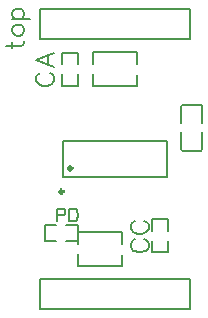
<source format=gto>
G04 Layer: TopSilkscreenLayer*
G04 EasyEDA v6.4.31, 2022-02-03 12:49:45*
G04 a9be7c87d83144a3bb2ccb21b8cae2d4,a012b36b664746af8e538b06cf3162c4,10*
G04 Gerber Generator version 0.2*
G04 Scale: 100 percent, Rotated: No, Reflected: No *
G04 Dimensions in millimeters *
G04 leading zeros omitted , absolute positions ,4 integer and 5 decimal *
%FSLAX45Y45*%
%MOMM*%

%ADD23C,0.1524*%
%ADD24C,0.2032*%
%ADD25C,0.2030*%
%ADD26C,0.2000*%
%ADD27C,0.3000*%

%LPD*%
D24*
X1362455Y5406644D02*
G01*
X1486154Y5406644D01*
X1507997Y5414010D01*
X1515363Y5428487D01*
X1515363Y5442965D01*
X1413510Y5384800D02*
G01*
X1413510Y5435600D01*
X1413510Y5527294D02*
G01*
X1420621Y5512815D01*
X1435354Y5498337D01*
X1457197Y5490971D01*
X1471676Y5490971D01*
X1493520Y5498337D01*
X1507997Y5512815D01*
X1515363Y5527294D01*
X1515363Y5549137D01*
X1507997Y5563615D01*
X1493520Y5578347D01*
X1471676Y5585460D01*
X1457197Y5585460D01*
X1435354Y5578347D01*
X1420621Y5563615D01*
X1413510Y5549137D01*
X1413510Y5527294D01*
X1413510Y5633465D02*
G01*
X1566163Y5633465D01*
X1435354Y5633465D02*
G01*
X1420621Y5648197D01*
X1413510Y5662676D01*
X1413510Y5684520D01*
X1420621Y5698997D01*
X1435354Y5713476D01*
X1457197Y5720842D01*
X1471676Y5720842D01*
X1493520Y5713476D01*
X1507997Y5698997D01*
X1515363Y5684520D01*
X1515363Y5662676D01*
X1507997Y5648197D01*
X1493520Y5633465D01*
X1653031Y5176265D02*
G01*
X1638300Y5169154D01*
X1623821Y5154676D01*
X1616455Y5139944D01*
X1616455Y5110987D01*
X1623821Y5096510D01*
X1638300Y5081778D01*
X1653031Y5074665D01*
X1674621Y5067300D01*
X1711197Y5067300D01*
X1732787Y5074665D01*
X1747520Y5081778D01*
X1761997Y5096510D01*
X1769363Y5110987D01*
X1769363Y5139944D01*
X1761997Y5154676D01*
X1747520Y5169154D01*
X1732787Y5176265D01*
X1616455Y5282692D02*
G01*
X1769363Y5224271D01*
X1616455Y5282692D02*
G01*
X1769363Y5340857D01*
X1718310Y5246115D02*
G01*
X1718310Y5319013D01*
X2453131Y3766565D02*
G01*
X2438400Y3759454D01*
X2423922Y3744976D01*
X2416556Y3730244D01*
X2416556Y3701287D01*
X2423922Y3686810D01*
X2438400Y3672078D01*
X2453131Y3664965D01*
X2474722Y3657600D01*
X2511297Y3657600D01*
X2532888Y3664965D01*
X2547620Y3672078D01*
X2562097Y3686810D01*
X2569463Y3701287D01*
X2569463Y3730244D01*
X2562097Y3744976D01*
X2547620Y3759454D01*
X2532888Y3766565D01*
X2453131Y3923792D02*
G01*
X2438400Y3916426D01*
X2423922Y3901947D01*
X2416556Y3887470D01*
X2416556Y3858260D01*
X2423922Y3843781D01*
X2438400Y3829304D01*
X2453131Y3821937D01*
X2474722Y3814571D01*
X2511297Y3814571D01*
X2532888Y3821937D01*
X2547620Y3829304D01*
X2562097Y3843781D01*
X2569463Y3858260D01*
X2569463Y3887470D01*
X2562097Y3901947D01*
X2547620Y3916426D01*
X2532888Y3923792D01*
D23*
X1790700Y4026915D02*
G01*
X1790700Y3917950D01*
X1790700Y4026915D02*
G01*
X1837436Y4026915D01*
X1852929Y4021836D01*
X1858263Y4016502D01*
X1863344Y4006087D01*
X1863344Y3990594D01*
X1858263Y3980179D01*
X1852929Y3975100D01*
X1837436Y3969765D01*
X1790700Y3969765D01*
X1897634Y4026915D02*
G01*
X1897634Y3917950D01*
X1897634Y4026915D02*
G01*
X1934209Y4026915D01*
X1949704Y4021836D01*
X1960118Y4011421D01*
X1965197Y4001007D01*
X1970531Y3985260D01*
X1970531Y3959352D01*
X1965197Y3943857D01*
X1960118Y3933444D01*
X1949704Y3923029D01*
X1934209Y3917950D01*
X1897634Y3917950D01*
X1871421Y3756639D02*
G01*
X1967308Y3756639D01*
X1967308Y3888760D01*
X1871421Y3888760D01*
X1786178Y3756639D02*
G01*
X1690291Y3756639D01*
X1690291Y3888760D01*
X1786178Y3888760D01*
X1971060Y5249621D02*
G01*
X1971060Y5345508D01*
X1838939Y5345508D01*
X1838939Y5249621D01*
X1971060Y5164378D02*
G01*
X1971060Y5068491D01*
X1838939Y5068491D01*
X1838939Y5164378D01*
X2600939Y3754678D02*
G01*
X2600939Y3658791D01*
X2733060Y3658791D01*
X2733060Y3754678D01*
X2600939Y3839921D02*
G01*
X2600939Y3935808D01*
X2733060Y3935808D01*
X2733060Y3839921D01*
D24*
X1841500Y3429000D02*
G01*
X1651000Y3429000D01*
X1651000Y3175000D01*
X2921000Y3175000D01*
X2921000Y3429000D01*
D25*
X2921000Y3429000D02*
G01*
X1841500Y3429000D01*
D24*
X1841500Y5715000D02*
G01*
X1651000Y5715000D01*
X1651000Y5461000D01*
X2921000Y5461000D01*
X2921000Y5715000D01*
D25*
X2921000Y5715000D02*
G01*
X1841500Y5715000D01*
D26*
X2472956Y5161998D02*
G01*
X2472956Y5062021D01*
X2098967Y5061996D01*
X2098967Y5166009D01*
X2099005Y5251996D02*
G01*
X2099005Y5353977D01*
X2472994Y5354002D01*
X2472994Y5249971D01*
D23*
X1845878Y4292859D02*
G01*
X1845878Y4597140D01*
X2726121Y4597140D01*
X2726121Y4292859D01*
X1845878Y4292859D01*
D26*
X2345956Y3637998D02*
G01*
X2345956Y3538021D01*
X1971967Y3537996D01*
X1971967Y3642009D01*
X1972005Y3727996D02*
G01*
X1972005Y3829977D01*
X2345994Y3830002D01*
X2345994Y3725971D01*
D23*
X3024060Y4530580D02*
G01*
X3024060Y4671580D01*
X2843339Y4671580D02*
G01*
X2843339Y4530580D01*
X2858579Y4515340D02*
G01*
X3008820Y4515340D01*
X3024060Y4892819D02*
G01*
X3024060Y4751819D01*
X2843339Y4751819D02*
G01*
X2843339Y4892819D01*
X2858579Y4908059D02*
G01*
X3008820Y4908059D01*
G75*
G01*
X2843340Y4530580D02*
G03*
X2858579Y4515340I15240J0D01*
G75*
G01*
X3008821Y4515340D02*
G03*
X3024060Y4530580I-1J15240D01*
G75*
G01*
X2843340Y4892820D02*
G02*
X2858579Y4908060I15240J0D01*
G75*
G01*
X3008821Y4908060D02*
G02*
X3024060Y4892820I-1J-15240D01*
D27*
G75*
G01
X1920011Y4368089D02*
G03X1920011Y4368089I-15011J0D01*
G75*
G01
X1845031Y4171620D02*
G03X1845031Y4171620I-15011J0D01*
M02*

</source>
